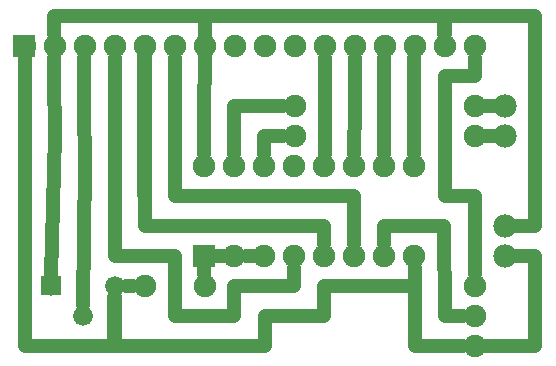
<source format=gbl>
G04 MADE WITH FRITZING*
G04 WWW.FRITZING.ORG*
G04 SINGLE SIDED*
G04 HOLES NOT PLATED*
G04 CONTOUR ON CENTER OF CONTOUR VECTOR*
%ASAXBY*%
%FSLAX23Y23*%
%MOIN*%
%OFA0B0*%
%SFA1.0B1.0*%
%ADD10C,0.075000*%
%ADD11C,0.078000*%
%ADD12C,0.066000*%
%ADD13R,0.075000X0.075000*%
%ADD14C,0.048000*%
%ADD15R,0.001000X0.001000*%
%LNCOPPER0*%
G90*
G70*
G54D10*
X1009Y918D03*
X1609Y918D03*
X1009Y818D03*
X1609Y818D03*
X509Y318D03*
X709Y318D03*
X1609Y118D03*
X1609Y218D03*
X1609Y318D03*
G54D11*
X1709Y518D03*
X1709Y418D03*
G54D10*
X708Y419D03*
X708Y719D03*
X808Y419D03*
X808Y719D03*
X908Y419D03*
X908Y719D03*
X1008Y419D03*
X1008Y719D03*
X1108Y419D03*
X1108Y719D03*
X1208Y419D03*
X1208Y719D03*
X1308Y419D03*
X1308Y719D03*
X1408Y419D03*
X1408Y719D03*
G54D11*
X1709Y918D03*
X1709Y818D03*
G54D10*
X109Y1118D03*
X209Y1118D03*
X309Y1118D03*
X409Y1118D03*
X509Y1118D03*
X609Y1118D03*
X709Y1118D03*
X809Y1118D03*
X909Y1118D03*
X1009Y1118D03*
X1109Y1118D03*
X1209Y1118D03*
X1309Y1118D03*
X1409Y1118D03*
X1509Y1118D03*
X1609Y1118D03*
G54D12*
X197Y318D03*
X303Y218D03*
X409Y318D03*
X197Y318D03*
X303Y218D03*
X409Y318D03*
G54D13*
X708Y419D03*
X108Y1118D03*
G54D14*
X208Y1018D02*
X208Y1078D01*
D02*
X209Y818D02*
X208Y1018D01*
D02*
X197Y355D02*
X209Y818D01*
D02*
X308Y1078D02*
X307Y919D01*
D02*
X307Y919D02*
X309Y717D01*
D02*
X309Y717D02*
X303Y255D01*
D02*
X409Y517D02*
X409Y1078D01*
D02*
X409Y417D02*
X409Y517D01*
D02*
X509Y417D02*
X409Y417D01*
D02*
X610Y417D02*
X509Y417D01*
D02*
X610Y320D02*
X610Y417D01*
D02*
X610Y219D02*
X610Y320D01*
D02*
X808Y218D02*
X610Y219D01*
D02*
X808Y319D02*
X808Y218D01*
D02*
X1007Y319D02*
X808Y319D01*
D02*
X1008Y379D02*
X1007Y319D01*
D02*
X1678Y918D02*
X1637Y918D01*
D02*
X610Y617D02*
X609Y1078D01*
D02*
X1208Y617D02*
X610Y617D01*
D02*
X1208Y459D02*
X1208Y617D01*
D02*
X1109Y919D02*
X1109Y759D01*
D02*
X1109Y1078D02*
X1109Y919D01*
D02*
X1678Y818D02*
X1637Y818D01*
D02*
X445Y318D02*
X469Y318D01*
D02*
X1409Y379D02*
X1409Y319D01*
D02*
X1409Y319D02*
X1108Y319D01*
D02*
X1108Y319D02*
X1108Y218D01*
D02*
X1108Y218D02*
X909Y218D01*
D02*
X909Y218D02*
X909Y119D01*
D02*
X909Y119D02*
X408Y119D01*
D02*
X408Y119D02*
X408Y281D01*
D02*
X848Y419D02*
X869Y419D01*
D02*
X769Y419D02*
X748Y419D01*
D02*
X1308Y459D02*
X1308Y517D01*
D02*
X1308Y517D02*
X1409Y517D01*
D02*
X1409Y517D02*
X1508Y519D01*
D02*
X1508Y519D02*
X1510Y218D01*
D02*
X1510Y218D02*
X1569Y218D01*
D02*
X1569Y118D02*
X1410Y118D01*
D02*
X1410Y118D02*
X1409Y379D01*
D02*
X109Y1018D02*
X109Y1078D01*
D02*
X109Y119D02*
X109Y1018D01*
D02*
X309Y119D02*
X109Y119D01*
D02*
X409Y119D02*
X309Y119D01*
D02*
X409Y281D02*
X409Y119D01*
D02*
X207Y1219D02*
X208Y1157D01*
D02*
X710Y1219D02*
X207Y1219D01*
D02*
X708Y759D02*
X710Y1219D01*
D02*
X1407Y1018D02*
X1408Y759D01*
D02*
X1408Y1078D02*
X1407Y1018D01*
D02*
X1308Y919D02*
X1308Y759D01*
D02*
X1308Y1078D02*
X1308Y919D01*
D02*
X907Y818D02*
X969Y818D01*
D02*
X908Y759D02*
X907Y818D01*
D02*
X708Y379D02*
X708Y358D01*
D02*
X807Y918D02*
X969Y918D01*
D02*
X808Y759D02*
X807Y918D01*
D02*
X1811Y118D02*
X1648Y118D01*
D02*
X1809Y219D02*
X1811Y118D01*
D02*
X1811Y419D02*
X1809Y219D01*
D02*
X1750Y418D02*
X1811Y419D01*
D02*
X509Y517D02*
X509Y617D01*
D02*
X610Y517D02*
X509Y517D01*
D02*
X1108Y517D02*
X610Y517D01*
D02*
X1108Y459D02*
X1108Y517D01*
D02*
X1209Y919D02*
X1208Y759D01*
D02*
X1209Y1078D02*
X1209Y919D01*
D02*
X1750Y518D02*
X1811Y519D01*
D02*
X1811Y519D02*
X1809Y1219D01*
D02*
X1809Y1219D02*
X1508Y1219D01*
D02*
X1508Y1219D02*
X1508Y1157D01*
D02*
X1509Y1218D02*
X1509Y1157D01*
D02*
X207Y1218D02*
X1509Y1218D01*
D02*
X208Y1157D02*
X207Y1218D01*
D02*
X1609Y1018D02*
X1609Y1078D01*
D02*
X1509Y1018D02*
X1609Y1018D01*
D02*
X1509Y717D02*
X1509Y1018D01*
D02*
X1509Y617D02*
X1509Y717D01*
D02*
X1509Y617D02*
X1509Y617D01*
D02*
X1609Y617D02*
X1509Y617D01*
D02*
X1609Y358D02*
X1609Y617D01*
G54D15*
X511Y1142D02*
X512Y1142D01*
X510Y1141D02*
X515Y1141D01*
X509Y1140D02*
X517Y1140D01*
X507Y1139D02*
X519Y1139D01*
X505Y1138D02*
X520Y1138D01*
X504Y1137D02*
X521Y1137D01*
X502Y1136D02*
X523Y1136D01*
X500Y1135D02*
X524Y1135D01*
X499Y1134D02*
X525Y1134D01*
X497Y1133D02*
X526Y1133D01*
X495Y1132D02*
X526Y1132D01*
X494Y1131D02*
X527Y1131D01*
X493Y1130D02*
X528Y1130D01*
X491Y1129D02*
X529Y1129D01*
X490Y1128D02*
X529Y1128D01*
X489Y1127D02*
X530Y1127D01*
X488Y1126D02*
X530Y1126D01*
X487Y1125D02*
X530Y1125D01*
X486Y1124D02*
X531Y1124D01*
X486Y1123D02*
X531Y1123D01*
X485Y1122D02*
X531Y1122D01*
X485Y1121D02*
X531Y1121D01*
X485Y1120D02*
X531Y1120D01*
X484Y1119D02*
X531Y1119D01*
X484Y1118D02*
X531Y1118D01*
X485Y1117D02*
X531Y1117D01*
X485Y1116D02*
X531Y1116D01*
X485Y1115D02*
X532Y1115D01*
X486Y1114D02*
X532Y1114D01*
X487Y1113D02*
X532Y1113D01*
X487Y1112D02*
X532Y1112D01*
X485Y1111D02*
X485Y1111D01*
X488Y1111D02*
X532Y1111D01*
X485Y1110D02*
X485Y1110D01*
X489Y1110D02*
X532Y1110D01*
X485Y1109D02*
X485Y1109D01*
X490Y1109D02*
X532Y1109D01*
X485Y1108D02*
X486Y1108D01*
X492Y1108D02*
X532Y1108D01*
X485Y1107D02*
X486Y1107D01*
X493Y1107D02*
X532Y1107D01*
X485Y1106D02*
X487Y1106D01*
X494Y1106D02*
X532Y1106D01*
X485Y1105D02*
X488Y1105D01*
X496Y1105D02*
X532Y1105D01*
X485Y1104D02*
X488Y1104D01*
X497Y1104D02*
X532Y1104D01*
X485Y1103D02*
X489Y1103D01*
X499Y1103D02*
X532Y1103D01*
X485Y1102D02*
X490Y1102D01*
X501Y1102D02*
X532Y1102D01*
X485Y1101D02*
X491Y1101D01*
X502Y1101D02*
X532Y1101D01*
X485Y1100D02*
X492Y1100D01*
X504Y1100D02*
X532Y1100D01*
X485Y1099D02*
X494Y1099D01*
X506Y1099D02*
X532Y1099D01*
X485Y1098D02*
X495Y1098D01*
X508Y1098D02*
X532Y1098D01*
X485Y1097D02*
X497Y1097D01*
X509Y1097D02*
X532Y1097D01*
X485Y1096D02*
X500Y1096D01*
X511Y1096D02*
X532Y1096D01*
X485Y1095D02*
X504Y1095D01*
X511Y1095D02*
X532Y1095D01*
X485Y1094D02*
X532Y1094D01*
X485Y1093D02*
X532Y1093D01*
X485Y1092D02*
X532Y1092D01*
X485Y1091D02*
X532Y1091D01*
X485Y1090D02*
X532Y1090D01*
X485Y1089D02*
X532Y1089D01*
X485Y1088D02*
X532Y1088D01*
X485Y1087D02*
X532Y1087D01*
X485Y1086D02*
X532Y1086D01*
X485Y1085D02*
X532Y1085D01*
X485Y1084D02*
X532Y1084D01*
X485Y1083D02*
X532Y1083D01*
X485Y1082D02*
X532Y1082D01*
X485Y1081D02*
X532Y1081D01*
X485Y1080D02*
X532Y1080D01*
X485Y1079D02*
X532Y1079D01*
X485Y1078D02*
X532Y1078D01*
X485Y1077D02*
X532Y1077D01*
X485Y1076D02*
X532Y1076D01*
X485Y1075D02*
X532Y1075D01*
X485Y1074D02*
X532Y1074D01*
X485Y1073D02*
X532Y1073D01*
X485Y1072D02*
X532Y1072D01*
X485Y1071D02*
X532Y1071D01*
X485Y1070D02*
X532Y1070D01*
X485Y1069D02*
X532Y1069D01*
X485Y1068D02*
X532Y1068D01*
X485Y1067D02*
X532Y1067D01*
X485Y1066D02*
X532Y1066D01*
X485Y1065D02*
X532Y1065D01*
X485Y1064D02*
X532Y1064D01*
X485Y1063D02*
X532Y1063D01*
X485Y1062D02*
X532Y1062D01*
X485Y1061D02*
X532Y1061D01*
X485Y1060D02*
X532Y1060D01*
X485Y1059D02*
X532Y1059D01*
X485Y1058D02*
X532Y1058D01*
X485Y1057D02*
X532Y1057D01*
X485Y1056D02*
X532Y1056D01*
X485Y1055D02*
X532Y1055D01*
X485Y1054D02*
X532Y1054D01*
X485Y1053D02*
X532Y1053D01*
X485Y1052D02*
X532Y1052D01*
X485Y1051D02*
X532Y1051D01*
X485Y1050D02*
X532Y1050D01*
X485Y1049D02*
X532Y1049D01*
X485Y1048D02*
X532Y1048D01*
X485Y1047D02*
X532Y1047D01*
X485Y1046D02*
X532Y1046D01*
X485Y1045D02*
X532Y1045D01*
X485Y1044D02*
X532Y1044D01*
X485Y1043D02*
X532Y1043D01*
X485Y1042D02*
X532Y1042D01*
X485Y1041D02*
X532Y1041D01*
X485Y1040D02*
X532Y1040D01*
X485Y1039D02*
X532Y1039D01*
X485Y1038D02*
X532Y1038D01*
X485Y1037D02*
X532Y1037D01*
X485Y1036D02*
X532Y1036D01*
X485Y1035D02*
X532Y1035D01*
X485Y1034D02*
X532Y1034D01*
X485Y1033D02*
X532Y1033D01*
X485Y1032D02*
X532Y1032D01*
X485Y1031D02*
X532Y1031D01*
X485Y1030D02*
X532Y1030D01*
X485Y1029D02*
X532Y1029D01*
X485Y1028D02*
X532Y1028D01*
X485Y1027D02*
X532Y1027D01*
X485Y1026D02*
X532Y1026D01*
X485Y1025D02*
X532Y1025D01*
X485Y1024D02*
X532Y1024D01*
X485Y1023D02*
X532Y1023D01*
X485Y1022D02*
X532Y1022D01*
X485Y1021D02*
X532Y1021D01*
X485Y1020D02*
X532Y1020D01*
X485Y1019D02*
X532Y1019D01*
X485Y1018D02*
X532Y1018D01*
X485Y1017D02*
X532Y1017D01*
X485Y1016D02*
X532Y1016D01*
X485Y1015D02*
X532Y1015D01*
X485Y1014D02*
X532Y1014D01*
X485Y1013D02*
X532Y1013D01*
X485Y1012D02*
X532Y1012D01*
X485Y1011D02*
X532Y1011D01*
X485Y1010D02*
X532Y1010D01*
X485Y1009D02*
X532Y1009D01*
X485Y1008D02*
X532Y1008D01*
X485Y1007D02*
X532Y1007D01*
X485Y1006D02*
X532Y1006D01*
X485Y1005D02*
X532Y1005D01*
X485Y1004D02*
X532Y1004D01*
X485Y1003D02*
X532Y1003D01*
X485Y1002D02*
X532Y1002D01*
X485Y1001D02*
X532Y1001D01*
X485Y1000D02*
X532Y1000D01*
X485Y999D02*
X532Y999D01*
X485Y998D02*
X532Y998D01*
X485Y997D02*
X532Y997D01*
X485Y996D02*
X532Y996D01*
X485Y995D02*
X532Y995D01*
X485Y994D02*
X532Y994D01*
X485Y993D02*
X532Y993D01*
X485Y992D02*
X532Y992D01*
X485Y991D02*
X532Y991D01*
X485Y990D02*
X532Y990D01*
X485Y989D02*
X532Y989D01*
X485Y988D02*
X532Y988D01*
X485Y987D02*
X532Y987D01*
X485Y986D02*
X532Y986D01*
X485Y985D02*
X532Y985D01*
X485Y984D02*
X532Y984D01*
X485Y983D02*
X532Y983D01*
X485Y982D02*
X532Y982D01*
X485Y981D02*
X532Y981D01*
X485Y980D02*
X532Y980D01*
X485Y979D02*
X532Y979D01*
X485Y978D02*
X532Y978D01*
X485Y977D02*
X532Y977D01*
X485Y976D02*
X532Y976D01*
X485Y975D02*
X532Y975D01*
X485Y974D02*
X532Y974D01*
X485Y973D02*
X532Y973D01*
X485Y972D02*
X532Y972D01*
X485Y971D02*
X532Y971D01*
X485Y970D02*
X532Y970D01*
X485Y969D02*
X532Y969D01*
X485Y968D02*
X532Y968D01*
X485Y967D02*
X532Y967D01*
X485Y966D02*
X532Y966D01*
X485Y965D02*
X532Y965D01*
X485Y964D02*
X532Y964D01*
X485Y963D02*
X532Y963D01*
X485Y962D02*
X532Y962D01*
X485Y961D02*
X532Y961D01*
X485Y960D02*
X532Y960D01*
X485Y959D02*
X532Y959D01*
X485Y958D02*
X532Y958D01*
X485Y957D02*
X532Y957D01*
X485Y956D02*
X532Y956D01*
X485Y955D02*
X532Y955D01*
X485Y954D02*
X532Y954D01*
X485Y953D02*
X532Y953D01*
X485Y952D02*
X532Y952D01*
X485Y951D02*
X532Y951D01*
X485Y950D02*
X532Y950D01*
X485Y949D02*
X532Y949D01*
X485Y948D02*
X532Y948D01*
X485Y947D02*
X532Y947D01*
X485Y946D02*
X532Y946D01*
X485Y945D02*
X532Y945D01*
X485Y944D02*
X532Y944D01*
X485Y943D02*
X532Y943D01*
X485Y942D02*
X532Y942D01*
X485Y941D02*
X532Y941D01*
X485Y940D02*
X532Y940D01*
X485Y939D02*
X532Y939D01*
X485Y938D02*
X532Y938D01*
X485Y937D02*
X532Y937D01*
X485Y936D02*
X532Y936D01*
X485Y935D02*
X532Y935D01*
X485Y934D02*
X532Y934D01*
X485Y933D02*
X532Y933D01*
X485Y932D02*
X532Y932D01*
X485Y931D02*
X532Y931D01*
X485Y930D02*
X532Y930D01*
X485Y929D02*
X532Y929D01*
X485Y928D02*
X532Y928D01*
X485Y927D02*
X532Y927D01*
X485Y926D02*
X532Y926D01*
X485Y925D02*
X532Y925D01*
X485Y924D02*
X532Y924D01*
X485Y923D02*
X532Y923D01*
X485Y922D02*
X532Y922D01*
X485Y921D02*
X532Y921D01*
X485Y920D02*
X532Y920D01*
X485Y919D02*
X532Y919D01*
X485Y918D02*
X532Y918D01*
X485Y917D02*
X532Y917D01*
X485Y916D02*
X532Y916D01*
X485Y915D02*
X532Y915D01*
X485Y914D02*
X532Y914D01*
X485Y913D02*
X532Y913D01*
X485Y912D02*
X532Y912D01*
X485Y911D02*
X532Y911D01*
X485Y910D02*
X532Y910D01*
X485Y909D02*
X532Y909D01*
X485Y908D02*
X532Y908D01*
X485Y907D02*
X532Y907D01*
X485Y906D02*
X532Y906D01*
X485Y905D02*
X532Y905D01*
X485Y904D02*
X532Y904D01*
X485Y903D02*
X532Y903D01*
X485Y902D02*
X532Y902D01*
X485Y901D02*
X532Y901D01*
X485Y900D02*
X532Y900D01*
X485Y899D02*
X532Y899D01*
X485Y898D02*
X532Y898D01*
X485Y897D02*
X532Y897D01*
X485Y896D02*
X532Y896D01*
X485Y895D02*
X532Y895D01*
X485Y894D02*
X532Y894D01*
X485Y893D02*
X532Y893D01*
X485Y892D02*
X532Y892D01*
X485Y891D02*
X532Y891D01*
X485Y890D02*
X532Y890D01*
X485Y889D02*
X532Y889D01*
X485Y888D02*
X532Y888D01*
X485Y887D02*
X532Y887D01*
X485Y886D02*
X532Y886D01*
X485Y885D02*
X532Y885D01*
X485Y884D02*
X532Y884D01*
X485Y883D02*
X532Y883D01*
X485Y882D02*
X532Y882D01*
X485Y881D02*
X532Y881D01*
X485Y880D02*
X532Y880D01*
X485Y879D02*
X532Y879D01*
X485Y878D02*
X532Y878D01*
X485Y877D02*
X532Y877D01*
X485Y876D02*
X532Y876D01*
X485Y875D02*
X532Y875D01*
X485Y874D02*
X532Y874D01*
X485Y873D02*
X532Y873D01*
X485Y872D02*
X532Y872D01*
X485Y871D02*
X532Y871D01*
X485Y870D02*
X532Y870D01*
X485Y869D02*
X532Y869D01*
X485Y868D02*
X532Y868D01*
X485Y867D02*
X532Y867D01*
X485Y866D02*
X532Y866D01*
X485Y865D02*
X532Y865D01*
X485Y864D02*
X532Y864D01*
X485Y863D02*
X532Y863D01*
X485Y862D02*
X532Y862D01*
X485Y861D02*
X532Y861D01*
X485Y860D02*
X532Y860D01*
X485Y859D02*
X532Y859D01*
X485Y858D02*
X532Y858D01*
X485Y857D02*
X532Y857D01*
X485Y856D02*
X532Y856D01*
X485Y855D02*
X532Y855D01*
X485Y854D02*
X532Y854D01*
X485Y853D02*
X532Y853D01*
X485Y852D02*
X532Y852D01*
X485Y851D02*
X532Y851D01*
X485Y850D02*
X532Y850D01*
X485Y849D02*
X532Y849D01*
X485Y848D02*
X532Y848D01*
X485Y847D02*
X532Y847D01*
X485Y846D02*
X532Y846D01*
X485Y845D02*
X532Y845D01*
X485Y844D02*
X532Y844D01*
X485Y843D02*
X532Y843D01*
X485Y842D02*
X532Y842D01*
X485Y841D02*
X532Y841D01*
X485Y840D02*
X532Y840D01*
X485Y839D02*
X532Y839D01*
X485Y838D02*
X532Y838D01*
X485Y837D02*
X532Y837D01*
X485Y836D02*
X532Y836D01*
X485Y835D02*
X532Y835D01*
X485Y834D02*
X532Y834D01*
X485Y833D02*
X532Y833D01*
X485Y832D02*
X532Y832D01*
X485Y831D02*
X532Y831D01*
X485Y830D02*
X532Y830D01*
X485Y829D02*
X532Y829D01*
X485Y828D02*
X532Y828D01*
X485Y827D02*
X532Y827D01*
X485Y826D02*
X532Y826D01*
X485Y825D02*
X532Y825D01*
X485Y824D02*
X532Y824D01*
X485Y823D02*
X532Y823D01*
X485Y822D02*
X532Y822D01*
X485Y821D02*
X532Y821D01*
X485Y820D02*
X532Y820D01*
X485Y819D02*
X532Y819D01*
X485Y818D02*
X532Y818D01*
X485Y817D02*
X532Y817D01*
X485Y816D02*
X532Y816D01*
X485Y815D02*
X532Y815D01*
X485Y814D02*
X532Y814D01*
X485Y813D02*
X532Y813D01*
X485Y812D02*
X532Y812D01*
X485Y811D02*
X532Y811D01*
X485Y810D02*
X532Y810D01*
X485Y809D02*
X532Y809D01*
X485Y808D02*
X532Y808D01*
X485Y807D02*
X532Y807D01*
X485Y806D02*
X532Y806D01*
X485Y805D02*
X532Y805D01*
X485Y804D02*
X532Y804D01*
X485Y803D02*
X532Y803D01*
X485Y802D02*
X532Y802D01*
X485Y801D02*
X532Y801D01*
X485Y800D02*
X532Y800D01*
X485Y799D02*
X532Y799D01*
X485Y798D02*
X532Y798D01*
X485Y797D02*
X532Y797D01*
X485Y796D02*
X532Y796D01*
X485Y795D02*
X532Y795D01*
X485Y794D02*
X532Y794D01*
X485Y793D02*
X532Y793D01*
X485Y792D02*
X532Y792D01*
X485Y791D02*
X532Y791D01*
X485Y790D02*
X532Y790D01*
X485Y789D02*
X532Y789D01*
X485Y788D02*
X532Y788D01*
X485Y787D02*
X532Y787D01*
X485Y786D02*
X532Y786D01*
X485Y785D02*
X532Y785D01*
X485Y784D02*
X532Y784D01*
X485Y783D02*
X532Y783D01*
X485Y782D02*
X532Y782D01*
X485Y781D02*
X532Y781D01*
X485Y780D02*
X532Y780D01*
X485Y779D02*
X532Y779D01*
X485Y778D02*
X532Y778D01*
X485Y777D02*
X532Y777D01*
X485Y776D02*
X532Y776D01*
X485Y775D02*
X532Y775D01*
X485Y774D02*
X532Y774D01*
X485Y773D02*
X532Y773D01*
X485Y772D02*
X532Y772D01*
X485Y771D02*
X532Y771D01*
X485Y770D02*
X532Y770D01*
X485Y769D02*
X532Y769D01*
X485Y768D02*
X532Y768D01*
X485Y767D02*
X532Y767D01*
X485Y766D02*
X532Y766D01*
X485Y765D02*
X532Y765D01*
X485Y764D02*
X532Y764D01*
X485Y763D02*
X532Y763D01*
X485Y762D02*
X532Y762D01*
X485Y761D02*
X532Y761D01*
X485Y760D02*
X532Y760D01*
X485Y759D02*
X532Y759D01*
X485Y758D02*
X532Y758D01*
X485Y757D02*
X532Y757D01*
X485Y756D02*
X532Y756D01*
X485Y755D02*
X532Y755D01*
X485Y754D02*
X532Y754D01*
X485Y753D02*
X532Y753D01*
X485Y752D02*
X532Y752D01*
X485Y751D02*
X532Y751D01*
X485Y750D02*
X532Y750D01*
X485Y749D02*
X532Y749D01*
X485Y748D02*
X532Y748D01*
X485Y747D02*
X532Y747D01*
X485Y746D02*
X532Y746D01*
X485Y745D02*
X532Y745D01*
X485Y744D02*
X532Y744D01*
X485Y743D02*
X532Y743D01*
X485Y742D02*
X532Y742D01*
X485Y741D02*
X532Y741D01*
X485Y740D02*
X532Y740D01*
X485Y739D02*
X532Y739D01*
X485Y738D02*
X532Y738D01*
X485Y737D02*
X532Y737D01*
X485Y736D02*
X532Y736D01*
X485Y735D02*
X532Y735D01*
X485Y734D02*
X532Y734D01*
X485Y733D02*
X532Y733D01*
X485Y732D02*
X532Y732D01*
X485Y731D02*
X532Y731D01*
X485Y730D02*
X532Y730D01*
X485Y729D02*
X532Y729D01*
X485Y728D02*
X532Y728D01*
X485Y727D02*
X532Y727D01*
X485Y726D02*
X532Y726D01*
X485Y725D02*
X532Y725D01*
X485Y724D02*
X532Y724D01*
X485Y723D02*
X532Y723D01*
X485Y722D02*
X532Y722D01*
X485Y721D02*
X532Y721D01*
X485Y720D02*
X532Y720D01*
X485Y719D02*
X532Y719D01*
X485Y718D02*
X532Y718D01*
X485Y717D02*
X532Y717D01*
X485Y716D02*
X532Y716D01*
X485Y715D02*
X532Y715D01*
X485Y714D02*
X532Y714D01*
X485Y713D02*
X532Y713D01*
X485Y712D02*
X532Y712D01*
X485Y711D02*
X532Y711D01*
X485Y710D02*
X532Y710D01*
X485Y709D02*
X532Y709D01*
X485Y708D02*
X532Y708D01*
X485Y707D02*
X532Y707D01*
X485Y706D02*
X532Y706D01*
X485Y705D02*
X532Y705D01*
X485Y704D02*
X532Y704D01*
X485Y703D02*
X532Y703D01*
X485Y702D02*
X532Y702D01*
X485Y701D02*
X532Y701D01*
X485Y700D02*
X532Y700D01*
X485Y699D02*
X532Y699D01*
X485Y698D02*
X532Y698D01*
X485Y697D02*
X532Y697D01*
X485Y696D02*
X532Y696D01*
X485Y695D02*
X532Y695D01*
X485Y694D02*
X532Y694D01*
X485Y693D02*
X532Y693D01*
X485Y692D02*
X532Y692D01*
X485Y691D02*
X532Y691D01*
X485Y690D02*
X532Y690D01*
X485Y689D02*
X532Y689D01*
X485Y688D02*
X532Y688D01*
X485Y687D02*
X532Y687D01*
X485Y686D02*
X532Y686D01*
X485Y685D02*
X532Y685D01*
X485Y684D02*
X532Y684D01*
X485Y683D02*
X532Y683D01*
X485Y682D02*
X532Y682D01*
X485Y681D02*
X532Y681D01*
X485Y680D02*
X532Y680D01*
X485Y679D02*
X532Y679D01*
X485Y678D02*
X532Y678D01*
X485Y677D02*
X532Y677D01*
X485Y676D02*
X532Y676D01*
X485Y675D02*
X532Y675D01*
X485Y674D02*
X532Y674D01*
X485Y673D02*
X532Y673D01*
X485Y672D02*
X532Y672D01*
X485Y671D02*
X532Y671D01*
X485Y670D02*
X532Y670D01*
X485Y669D02*
X532Y669D01*
X485Y668D02*
X532Y668D01*
X485Y667D02*
X532Y667D01*
X485Y666D02*
X532Y666D01*
X485Y665D02*
X532Y665D01*
X485Y664D02*
X532Y664D01*
X485Y663D02*
X532Y663D01*
X485Y662D02*
X532Y662D01*
X485Y661D02*
X532Y661D01*
X485Y660D02*
X532Y660D01*
X485Y659D02*
X532Y659D01*
X485Y658D02*
X532Y658D01*
X485Y657D02*
X532Y657D01*
X485Y656D02*
X532Y656D01*
X485Y655D02*
X532Y655D01*
X485Y654D02*
X532Y654D01*
X485Y653D02*
X532Y653D01*
X485Y652D02*
X532Y652D01*
X485Y651D02*
X532Y651D01*
X485Y650D02*
X532Y650D01*
X485Y649D02*
X532Y649D01*
X485Y648D02*
X532Y648D01*
X485Y647D02*
X532Y647D01*
X485Y646D02*
X532Y646D01*
X485Y645D02*
X532Y645D01*
X485Y644D02*
X532Y644D01*
X485Y643D02*
X532Y643D01*
X485Y642D02*
X532Y642D01*
X485Y641D02*
X532Y641D01*
X485Y640D02*
X532Y640D01*
X485Y639D02*
X532Y639D01*
X485Y638D02*
X532Y638D01*
X485Y637D02*
X532Y637D01*
X485Y636D02*
X532Y636D01*
X485Y635D02*
X532Y635D01*
X485Y634D02*
X532Y634D01*
X485Y633D02*
X532Y633D01*
X485Y632D02*
X532Y632D01*
X485Y631D02*
X532Y631D01*
X485Y630D02*
X532Y630D01*
X485Y629D02*
X532Y629D01*
X485Y628D02*
X532Y628D01*
X485Y627D02*
X532Y627D01*
X485Y626D02*
X532Y626D01*
X485Y625D02*
X532Y625D01*
X485Y624D02*
X532Y624D01*
X485Y623D02*
X532Y623D01*
X485Y622D02*
X532Y622D01*
X485Y621D02*
X532Y621D01*
X485Y620D02*
X532Y620D01*
X485Y619D02*
X532Y619D01*
X485Y618D02*
X532Y618D01*
X485Y617D02*
X532Y617D01*
X485Y616D02*
X532Y616D01*
X485Y615D02*
X532Y615D01*
X486Y614D02*
X532Y614D01*
X486Y613D02*
X531Y613D01*
X486Y612D02*
X531Y612D01*
X486Y611D02*
X531Y611D01*
X487Y610D02*
X531Y610D01*
X487Y609D02*
X530Y609D01*
X488Y608D02*
X530Y608D01*
X488Y607D02*
X529Y607D01*
X489Y606D02*
X529Y606D01*
X489Y605D02*
X528Y605D01*
X490Y604D02*
X527Y604D01*
X491Y603D02*
X526Y603D01*
X492Y602D02*
X526Y602D01*
X493Y601D02*
X524Y601D01*
X494Y600D02*
X523Y600D01*
X495Y599D02*
X522Y599D01*
X497Y598D02*
X520Y598D01*
X499Y597D02*
X519Y597D01*
X501Y596D02*
X516Y596D01*
X504Y595D02*
X513Y595D01*
X163Y352D02*
X228Y352D01*
X163Y351D02*
X228Y351D01*
X163Y350D02*
X228Y350D01*
X163Y349D02*
X228Y349D01*
X163Y348D02*
X228Y348D01*
X163Y347D02*
X228Y347D01*
X163Y346D02*
X228Y346D01*
X163Y345D02*
X228Y345D01*
X163Y344D02*
X228Y344D01*
X163Y343D02*
X228Y343D01*
X163Y342D02*
X228Y342D01*
X163Y341D02*
X228Y341D01*
X163Y340D02*
X228Y340D01*
X163Y339D02*
X228Y339D01*
X163Y338D02*
X228Y338D01*
X163Y337D02*
X228Y337D01*
X163Y336D02*
X228Y336D01*
X163Y335D02*
X228Y335D01*
X163Y334D02*
X228Y334D01*
X163Y333D02*
X190Y333D01*
X201Y333D02*
X228Y333D01*
X163Y332D02*
X188Y332D01*
X204Y332D02*
X228Y332D01*
X163Y331D02*
X187Y331D01*
X205Y331D02*
X228Y331D01*
X163Y330D02*
X186Y330D01*
X206Y330D02*
X228Y330D01*
X163Y329D02*
X185Y329D01*
X207Y329D02*
X228Y329D01*
X163Y328D02*
X184Y328D01*
X208Y328D02*
X228Y328D01*
X163Y327D02*
X183Y327D01*
X209Y327D02*
X228Y327D01*
X163Y326D02*
X183Y326D01*
X209Y326D02*
X228Y326D01*
X163Y325D02*
X182Y325D01*
X210Y325D02*
X228Y325D01*
X163Y324D02*
X182Y324D01*
X210Y324D02*
X228Y324D01*
X163Y323D02*
X181Y323D01*
X210Y323D02*
X228Y323D01*
X163Y322D02*
X181Y322D01*
X211Y322D02*
X228Y322D01*
X163Y321D02*
X181Y321D01*
X211Y321D02*
X228Y321D01*
X163Y320D02*
X181Y320D01*
X211Y320D02*
X228Y320D01*
X163Y319D02*
X181Y319D01*
X211Y319D02*
X228Y319D01*
X163Y318D02*
X181Y318D01*
X211Y318D02*
X228Y318D01*
X163Y317D02*
X181Y317D01*
X211Y317D02*
X228Y317D01*
X163Y316D02*
X181Y316D01*
X210Y316D02*
X228Y316D01*
X163Y315D02*
X182Y315D01*
X210Y315D02*
X228Y315D01*
X163Y314D02*
X182Y314D01*
X210Y314D02*
X228Y314D01*
X163Y313D02*
X183Y313D01*
X209Y313D02*
X228Y313D01*
X163Y312D02*
X183Y312D01*
X209Y312D02*
X228Y312D01*
X163Y311D02*
X184Y311D01*
X208Y311D02*
X228Y311D01*
X163Y310D02*
X185Y310D01*
X207Y310D02*
X228Y310D01*
X163Y309D02*
X185Y309D01*
X206Y309D02*
X228Y309D01*
X163Y308D02*
X187Y308D01*
X205Y308D02*
X228Y308D01*
X163Y307D02*
X188Y307D01*
X204Y307D02*
X228Y307D01*
X163Y306D02*
X190Y306D01*
X202Y306D02*
X228Y306D01*
X163Y305D02*
X195Y305D01*
X197Y305D02*
X228Y305D01*
X163Y304D02*
X228Y304D01*
X163Y303D02*
X228Y303D01*
X163Y302D02*
X228Y302D01*
X163Y301D02*
X228Y301D01*
X163Y300D02*
X228Y300D01*
X163Y299D02*
X228Y299D01*
X163Y298D02*
X228Y298D01*
X163Y297D02*
X228Y297D01*
X163Y296D02*
X228Y296D01*
X163Y295D02*
X228Y295D01*
X163Y294D02*
X228Y294D01*
X163Y293D02*
X228Y293D01*
X163Y292D02*
X228Y292D01*
X163Y291D02*
X228Y291D01*
X163Y290D02*
X228Y290D01*
X163Y289D02*
X228Y289D01*
X163Y288D02*
X228Y288D01*
X163Y287D02*
X228Y287D01*
D02*
G04 End of Copper0*
M02*
</source>
